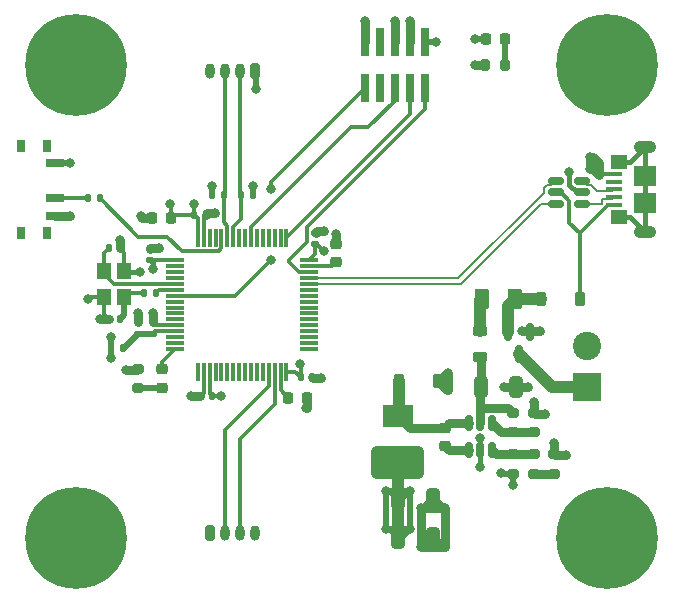
<source format=gbr>
%TF.GenerationSoftware,KiCad,Pcbnew,7.0.5*%
%TF.CreationDate,2023-06-12T20:17:58-07:00*%
%TF.ProjectId,kicad_tutorial,6b696361-645f-4747-9574-6f7269616c2e,rev?*%
%TF.SameCoordinates,Original*%
%TF.FileFunction,Copper,L1,Top*%
%TF.FilePolarity,Positive*%
%FSLAX46Y46*%
G04 Gerber Fmt 4.6, Leading zero omitted, Abs format (unit mm)*
G04 Created by KiCad (PCBNEW 7.0.5) date 2023-06-12 20:17:58*
%MOMM*%
%LPD*%
G01*
G04 APERTURE LIST*
G04 Aperture macros list*
%AMRoundRect*
0 Rectangle with rounded corners*
0 $1 Rounding radius*
0 $2 $3 $4 $5 $6 $7 $8 $9 X,Y pos of 4 corners*
0 Add a 4 corners polygon primitive as box body*
4,1,4,$2,$3,$4,$5,$6,$7,$8,$9,$2,$3,0*
0 Add four circle primitives for the rounded corners*
1,1,$1+$1,$2,$3*
1,1,$1+$1,$4,$5*
1,1,$1+$1,$6,$7*
1,1,$1+$1,$8,$9*
0 Add four rect primitives between the rounded corners*
20,1,$1+$1,$2,$3,$4,$5,0*
20,1,$1+$1,$4,$5,$6,$7,0*
20,1,$1+$1,$6,$7,$8,$9,0*
20,1,$1+$1,$8,$9,$2,$3,0*%
G04 Aperture macros list end*
%TA.AperFunction,SMDPad,CuDef*%
%ADD10RoundRect,0.200000X-0.275000X0.200000X-0.275000X-0.200000X0.275000X-0.200000X0.275000X0.200000X0*%
%TD*%
%TA.AperFunction,SMDPad,CuDef*%
%ADD11R,2.500000X1.900000*%
%TD*%
%TA.AperFunction,SMDPad,CuDef*%
%ADD12RoundRect,0.225000X-0.225000X-0.375000X0.225000X-0.375000X0.225000X0.375000X-0.225000X0.375000X0*%
%TD*%
%TA.AperFunction,SMDPad,CuDef*%
%ADD13RoundRect,0.225000X0.225000X0.250000X-0.225000X0.250000X-0.225000X-0.250000X0.225000X-0.250000X0*%
%TD*%
%TA.AperFunction,SMDPad,CuDef*%
%ADD14RoundRect,0.140000X-0.140000X-0.170000X0.140000X-0.170000X0.140000X0.170000X-0.140000X0.170000X0*%
%TD*%
%TA.AperFunction,SMDPad,CuDef*%
%ADD15RoundRect,0.135000X0.135000X0.185000X-0.135000X0.185000X-0.135000X-0.185000X0.135000X-0.185000X0*%
%TD*%
%TA.AperFunction,SMDPad,CuDef*%
%ADD16RoundRect,0.150000X0.150000X-0.512500X0.150000X0.512500X-0.150000X0.512500X-0.150000X-0.512500X0*%
%TD*%
%TA.AperFunction,SMDPad,CuDef*%
%ADD17RoundRect,0.250000X-0.325000X-0.650000X0.325000X-0.650000X0.325000X0.650000X-0.325000X0.650000X0*%
%TD*%
%TA.AperFunction,SMDPad,CuDef*%
%ADD18RoundRect,0.218750X0.256250X-0.218750X0.256250X0.218750X-0.256250X0.218750X-0.256250X-0.218750X0*%
%TD*%
%TA.AperFunction,SMDPad,CuDef*%
%ADD19RoundRect,0.135000X-0.135000X-0.185000X0.135000X-0.185000X0.135000X0.185000X-0.135000X0.185000X0*%
%TD*%
%TA.AperFunction,SMDPad,CuDef*%
%ADD20R,1.200000X1.400000*%
%TD*%
%TA.AperFunction,ComponentPad*%
%ADD21RoundRect,0.200000X-0.200000X-0.450000X0.200000X-0.450000X0.200000X0.450000X-0.200000X0.450000X0*%
%TD*%
%TA.AperFunction,ComponentPad*%
%ADD22O,0.800000X1.300000*%
%TD*%
%TA.AperFunction,SMDPad,CuDef*%
%ADD23RoundRect,0.200000X0.275000X-0.200000X0.275000X0.200000X-0.275000X0.200000X-0.275000X-0.200000X0*%
%TD*%
%TA.AperFunction,ComponentPad*%
%ADD24C,0.900000*%
%TD*%
%TA.AperFunction,ComponentPad*%
%ADD25C,8.600000*%
%TD*%
%TA.AperFunction,SMDPad,CuDef*%
%ADD26RoundRect,0.147500X-0.147500X-0.172500X0.147500X-0.172500X0.147500X0.172500X-0.147500X0.172500X0*%
%TD*%
%TA.AperFunction,SMDPad,CuDef*%
%ADD27RoundRect,0.140000X0.170000X-0.140000X0.170000X0.140000X-0.170000X0.140000X-0.170000X-0.140000X0*%
%TD*%
%TA.AperFunction,SMDPad,CuDef*%
%ADD28RoundRect,0.225000X-0.225000X-0.250000X0.225000X-0.250000X0.225000X0.250000X-0.225000X0.250000X0*%
%TD*%
%TA.AperFunction,SMDPad,CuDef*%
%ADD29RoundRect,0.075000X-0.700000X-0.075000X0.700000X-0.075000X0.700000X0.075000X-0.700000X0.075000X0*%
%TD*%
%TA.AperFunction,SMDPad,CuDef*%
%ADD30RoundRect,0.075000X-0.075000X-0.700000X0.075000X-0.700000X0.075000X0.700000X-0.075000X0.700000X0*%
%TD*%
%TA.AperFunction,SMDPad,CuDef*%
%ADD31RoundRect,0.218750X-0.381250X0.218750X-0.381250X-0.218750X0.381250X-0.218750X0.381250X0.218750X0*%
%TD*%
%TA.AperFunction,SMDPad,CuDef*%
%ADD32R,1.500000X0.700000*%
%TD*%
%TA.AperFunction,SMDPad,CuDef*%
%ADD33R,0.800000X1.000000*%
%TD*%
%TA.AperFunction,SMDPad,CuDef*%
%ADD34RoundRect,0.225000X0.250000X-0.225000X0.250000X0.225000X-0.250000X0.225000X-0.250000X-0.225000X0*%
%TD*%
%TA.AperFunction,ComponentPad*%
%ADD35RoundRect,0.200000X0.200000X0.450000X-0.200000X0.450000X-0.200000X-0.450000X0.200000X-0.450000X0*%
%TD*%
%TA.AperFunction,SMDPad,CuDef*%
%ADD36RoundRect,0.140000X0.140000X0.170000X-0.140000X0.170000X-0.140000X-0.170000X0.140000X-0.170000X0*%
%TD*%
%TA.AperFunction,SMDPad,CuDef*%
%ADD37RoundRect,0.218750X0.218750X0.256250X-0.218750X0.256250X-0.218750X-0.256250X0.218750X-0.256250X0*%
%TD*%
%TA.AperFunction,SMDPad,CuDef*%
%ADD38RoundRect,0.150000X0.512500X0.150000X-0.512500X0.150000X-0.512500X-0.150000X0.512500X-0.150000X0*%
%TD*%
%TA.AperFunction,SMDPad,CuDef*%
%ADD39RoundRect,0.250000X0.375000X0.625000X-0.375000X0.625000X-0.375000X-0.625000X0.375000X-0.625000X0*%
%TD*%
%TA.AperFunction,SMDPad,CuDef*%
%ADD40RoundRect,0.150000X-0.150000X0.587500X-0.150000X-0.587500X0.150000X-0.587500X0.150000X0.587500X0*%
%TD*%
%TA.AperFunction,SMDPad,CuDef*%
%ADD41R,0.740000X2.400000*%
%TD*%
%TA.AperFunction,ComponentPad*%
%ADD42R,2.400000X2.400000*%
%TD*%
%TA.AperFunction,ComponentPad*%
%ADD43C,2.400000*%
%TD*%
%TA.AperFunction,SMDPad,CuDef*%
%ADD44R,1.400000X0.400000*%
%TD*%
%TA.AperFunction,ComponentPad*%
%ADD45O,1.900000X1.050000*%
%TD*%
%TA.AperFunction,SMDPad,CuDef*%
%ADD46R,1.450000X1.150000*%
%TD*%
%TA.AperFunction,SMDPad,CuDef*%
%ADD47R,1.900000X1.750000*%
%TD*%
%TA.AperFunction,SMDPad,CuDef*%
%ADD48RoundRect,0.200000X-0.200000X-0.275000X0.200000X-0.275000X0.200000X0.275000X-0.200000X0.275000X0*%
%TD*%
%TA.AperFunction,ViaPad*%
%ADD49C,0.800000*%
%TD*%
%TA.AperFunction,Conductor*%
%ADD50C,0.300000*%
%TD*%
%TA.AperFunction,Conductor*%
%ADD51C,0.750000*%
%TD*%
%TA.AperFunction,Conductor*%
%ADD52C,0.400000*%
%TD*%
%TA.AperFunction,Conductor*%
%ADD53C,0.500000*%
%TD*%
%TA.AperFunction,Conductor*%
%ADD54C,1.000000*%
%TD*%
%TA.AperFunction,Conductor*%
%ADD55C,0.200000*%
%TD*%
G04 APERTURE END LIST*
D10*
%TO.P,R8,1*%
%TO.N,GND*%
X166250000Y-112425000D03*
%TO.P,R8,2*%
%TO.N,Net-(R7-Pad1)*%
X166250000Y-114075000D03*
%TD*%
D11*
%TO.P,L2,1*%
%TO.N,BUCK_SW*%
X152987500Y-109150000D03*
%TO.P,L2,2*%
%TO.N,+3.3V*%
X152987500Y-113250000D03*
%TD*%
D12*
%TO.P,D3,1,K*%
%TO.N,Net-(D3-K)*%
X165100000Y-99250000D03*
%TO.P,D3,2,A*%
%TO.N,+5V*%
X168400000Y-99250000D03*
%TD*%
D13*
%TO.P,C3,1*%
%TO.N,+3.3V*%
X133775000Y-92380000D03*
%TO.P,C3,2*%
%TO.N,GND*%
X132225000Y-92380000D03*
%TD*%
D14*
%TO.P,C8,1*%
%TO.N,+3.3V*%
X135770000Y-92130000D03*
%TO.P,C8,2*%
%TO.N,GND*%
X136730000Y-92130000D03*
%TD*%
D15*
%TO.P,R10,1*%
%TO.N,I2C1_SDA*%
X138260000Y-90500000D03*
%TO.P,R10,2*%
%TO.N,+3.3V*%
X137240000Y-90500000D03*
%TD*%
D16*
%TO.P,U1,1,1*%
%TO.N,BUCK_BST*%
X159050000Y-112087500D03*
%TO.P,U1,2,2*%
%TO.N,GND*%
X160000000Y-112087500D03*
%TO.P,U1,3,3*%
%TO.N,BUCK_FB*%
X160950000Y-112087500D03*
%TO.P,U1,4,4*%
%TO.N,BUCK_EN*%
X160950000Y-109812500D03*
%TO.P,U1,5,5*%
%TO.N,BUCK_IN*%
X160000000Y-109812500D03*
%TO.P,U1,6,6*%
%TO.N,BUCK_SW*%
X159050000Y-109812500D03*
%TD*%
D17*
%TO.P,C15,1*%
%TO.N,+3.3V*%
X153025000Y-116250000D03*
%TO.P,C15,2*%
%TO.N,GND*%
X155975000Y-116250000D03*
%TD*%
D14*
%TO.P,C6,1*%
%TO.N,+3.3V*%
X144770000Y-105880000D03*
%TO.P,C6,2*%
%TO.N,GND*%
X145730000Y-105880000D03*
%TD*%
D18*
%TO.P,D1,1,K*%
%TO.N,Net-(D1-K)*%
X132995000Y-106787500D03*
%TO.P,D1,2,A*%
%TO.N,LED_STATUS*%
X132995000Y-105212500D03*
%TD*%
D19*
%TO.P,R2,1*%
%TO.N,Net-(C11-Pad1)*%
X131490000Y-98750000D03*
%TO.P,R2,2*%
%TO.N,HSE_OUT*%
X132510000Y-98750000D03*
%TD*%
D20*
%TO.P,Y1,1,1*%
%TO.N,HSE_IN*%
X128145000Y-96900000D03*
%TO.P,Y1,2,2*%
%TO.N,GND*%
X128145000Y-99100000D03*
%TO.P,Y1,3,3*%
%TO.N,Net-(C11-Pad1)*%
X129845000Y-99100000D03*
%TO.P,Y1,4,4*%
%TO.N,GND*%
X129845000Y-96900000D03*
%TD*%
D17*
%TO.P,C16,1*%
%TO.N,+3.3V*%
X153050000Y-119500000D03*
%TO.P,C16,2*%
%TO.N,GND*%
X156000000Y-119500000D03*
%TD*%
D21*
%TO.P,J4,1,Pin_1*%
%TO.N,+3.3V*%
X137125000Y-119050000D03*
D22*
%TO.P,J4,2,Pin_2*%
%TO.N,UART3_TX*%
X138375000Y-119050000D03*
%TO.P,J4,3,Pin_3*%
%TO.N,UART3_RX*%
X139625000Y-119050000D03*
%TO.P,J4,4,Pin_4*%
%TO.N,GND*%
X140875000Y-119050000D03*
%TD*%
D23*
%TO.P,R7,1*%
%TO.N,Net-(R7-Pad1)*%
X164500000Y-114075000D03*
%TO.P,R7,2*%
%TO.N,BUCK_FB*%
X164500000Y-112425000D03*
%TD*%
D24*
%TO.P,H3,1,1*%
%TO.N,GND*%
X122525000Y-119500000D03*
X123469581Y-117219581D03*
X123469581Y-121780419D03*
X125750000Y-116275000D03*
D25*
X125750000Y-119500000D03*
D24*
X125750000Y-122725000D03*
X128030419Y-117219581D03*
X128030419Y-121780419D03*
X128975000Y-119500000D03*
%TD*%
D26*
%TO.P,L1,1*%
%TO.N,+3.3V*%
X128760000Y-103420000D03*
%TO.P,L1,2*%
%TO.N,+3.3VA*%
X129730000Y-103420000D03*
%TD*%
D27*
%TO.P,C4,1*%
%TO.N,+3.3V*%
X131995000Y-95980000D03*
%TO.P,C4,2*%
%TO.N,GND*%
X131995000Y-95020000D03*
%TD*%
D28*
%TO.P,C2,1*%
%TO.N,Net-(U2-VCAP_1)*%
X143725000Y-107630000D03*
%TO.P,C2,2*%
%TO.N,GND*%
X145275000Y-107630000D03*
%TD*%
D29*
%TO.P,U2,1,VBAT*%
%TO.N,+3.3V*%
X134145000Y-96000000D03*
%TO.P,U2,2,PC13*%
%TO.N,unconnected-(U2-PC13-Pad2)*%
X134145000Y-96500000D03*
%TO.P,U2,3,PC14*%
%TO.N,unconnected-(U2-PC14-Pad3)*%
X134145000Y-97000000D03*
%TO.P,U2,4,PC15*%
%TO.N,unconnected-(U2-PC15-Pad4)*%
X134145000Y-97500000D03*
%TO.P,U2,5,PH0*%
%TO.N,HSE_IN*%
X134145000Y-98000000D03*
%TO.P,U2,6,PH1*%
%TO.N,HSE_OUT*%
X134145000Y-98500000D03*
%TO.P,U2,7,NRST*%
%TO.N,NRST*%
X134145000Y-99000000D03*
%TO.P,U2,8,PC0*%
%TO.N,unconnected-(U2-PC0-Pad8)*%
X134145000Y-99500000D03*
%TO.P,U2,9,PC1*%
%TO.N,unconnected-(U2-PC1-Pad9)*%
X134145000Y-100000000D03*
%TO.P,U2,10,PC2*%
%TO.N,unconnected-(U2-PC2-Pad10)*%
X134145000Y-100500000D03*
%TO.P,U2,11,PC3*%
%TO.N,unconnected-(U2-PC3-Pad11)*%
X134145000Y-101000000D03*
%TO.P,U2,12,VSSA*%
%TO.N,GND*%
X134145000Y-101500000D03*
%TO.P,U2,13,VDDA*%
%TO.N,+3.3VA*%
X134145000Y-102000000D03*
%TO.P,U2,14,PA0*%
%TO.N,unconnected-(U2-PA0-Pad14)*%
X134145000Y-102500000D03*
%TO.P,U2,15,PA1*%
%TO.N,unconnected-(U2-PA1-Pad15)*%
X134145000Y-103000000D03*
%TO.P,U2,16,PA2*%
%TO.N,LED_STATUS*%
X134145000Y-103500000D03*
D30*
%TO.P,U2,17,PA3*%
%TO.N,unconnected-(U2-PA3-Pad17)*%
X136070000Y-105425000D03*
%TO.P,U2,18,VSS*%
%TO.N,GND*%
X136570000Y-105425000D03*
%TO.P,U2,19,VDD*%
%TO.N,+3.3V*%
X137070000Y-105425000D03*
%TO.P,U2,20,PA4*%
%TO.N,unconnected-(U2-PA4-Pad20)*%
X137570000Y-105425000D03*
%TO.P,U2,21,PA5*%
%TO.N,unconnected-(U2-PA5-Pad21)*%
X138070000Y-105425000D03*
%TO.P,U2,22,PA6*%
%TO.N,unconnected-(U2-PA6-Pad22)*%
X138570000Y-105425000D03*
%TO.P,U2,23,PA7*%
%TO.N,unconnected-(U2-PA7-Pad23)*%
X139070000Y-105425000D03*
%TO.P,U2,24,PC4*%
%TO.N,unconnected-(U2-PC4-Pad24)*%
X139570000Y-105425000D03*
%TO.P,U2,25,PC5*%
%TO.N,unconnected-(U2-PC5-Pad25)*%
X140070000Y-105425000D03*
%TO.P,U2,26,PB0*%
%TO.N,unconnected-(U2-PB0-Pad26)*%
X140570000Y-105425000D03*
%TO.P,U2,27,PB1*%
%TO.N,unconnected-(U2-PB1-Pad27)*%
X141070000Y-105425000D03*
%TO.P,U2,28,PB2*%
%TO.N,unconnected-(U2-PB2-Pad28)*%
X141570000Y-105425000D03*
%TO.P,U2,29,PB10*%
%TO.N,UART3_TX*%
X142070000Y-105425000D03*
%TO.P,U2,30,PB11*%
%TO.N,UART3_RX*%
X142570000Y-105425000D03*
%TO.P,U2,31,VCAP_1*%
%TO.N,Net-(U2-VCAP_1)*%
X143070000Y-105425000D03*
%TO.P,U2,32,VDD*%
%TO.N,+3.3V*%
X143570000Y-105425000D03*
D29*
%TO.P,U2,33,PB12*%
%TO.N,unconnected-(U2-PB12-Pad33)*%
X145495000Y-103500000D03*
%TO.P,U2,34,PB13*%
%TO.N,unconnected-(U2-PB13-Pad34)*%
X145495000Y-103000000D03*
%TO.P,U2,35,PB14*%
%TO.N,unconnected-(U2-PB14-Pad35)*%
X145495000Y-102500000D03*
%TO.P,U2,36,PB15*%
%TO.N,unconnected-(U2-PB15-Pad36)*%
X145495000Y-102000000D03*
%TO.P,U2,37,PC6*%
%TO.N,unconnected-(U2-PC6-Pad37)*%
X145495000Y-101500000D03*
%TO.P,U2,38,PC7*%
%TO.N,unconnected-(U2-PC7-Pad38)*%
X145495000Y-101000000D03*
%TO.P,U2,39,PC8*%
%TO.N,unconnected-(U2-PC8-Pad39)*%
X145495000Y-100500000D03*
%TO.P,U2,40,PC9*%
%TO.N,unconnected-(U2-PC9-Pad40)*%
X145495000Y-100000000D03*
%TO.P,U2,41,PA8*%
%TO.N,unconnected-(U2-PA8-Pad41)*%
X145495000Y-99500000D03*
%TO.P,U2,42,PA9*%
%TO.N,unconnected-(U2-PA9-Pad42)*%
X145495000Y-99000000D03*
%TO.P,U2,43,PA10*%
%TO.N,unconnected-(U2-PA10-Pad43)*%
X145495000Y-98500000D03*
%TO.P,U2,44,PA11*%
%TO.N,USB_D-*%
X145495000Y-98000000D03*
%TO.P,U2,45,PA12*%
%TO.N,USB_D+*%
X145495000Y-97500000D03*
%TO.P,U2,46,PA13*%
%TO.N,SWDIO*%
X145495000Y-97000000D03*
%TO.P,U2,47,VCAP_2*%
%TO.N,Net-(U2-VCAP_2)*%
X145495000Y-96500000D03*
%TO.P,U2,48,VDD*%
%TO.N,+3.3V*%
X145495000Y-96000000D03*
D30*
%TO.P,U2,49,PA14*%
%TO.N,SWCLK*%
X143570000Y-94075000D03*
%TO.P,U2,50,PA15*%
%TO.N,unconnected-(U2-PA15-Pad50)*%
X143070000Y-94075000D03*
%TO.P,U2,51,PC10*%
%TO.N,unconnected-(U2-PC10-Pad51)*%
X142570000Y-94075000D03*
%TO.P,U2,52,PC11*%
%TO.N,unconnected-(U2-PC11-Pad52)*%
X142070000Y-94075000D03*
%TO.P,U2,53,PC12*%
%TO.N,unconnected-(U2-PC12-Pad53)*%
X141570000Y-94075000D03*
%TO.P,U2,54,PD2*%
%TO.N,unconnected-(U2-PD2-Pad54)*%
X141070000Y-94075000D03*
%TO.P,U2,55,PB3*%
%TO.N,SW0*%
X140570000Y-94075000D03*
%TO.P,U2,56,PB4*%
%TO.N,unconnected-(U2-PB4-Pad56)*%
X140070000Y-94075000D03*
%TO.P,U2,57,PB5*%
%TO.N,unconnected-(U2-PB5-Pad57)*%
X139570000Y-94075000D03*
%TO.P,U2,58,PB6*%
%TO.N,I2C1_SCL*%
X139070000Y-94075000D03*
%TO.P,U2,59,PB7*%
%TO.N,I2C1_SDA*%
X138570000Y-94075000D03*
%TO.P,U2,60,BOOT0*%
%TO.N,BOOT0*%
X138070000Y-94075000D03*
%TO.P,U2,61,PB8*%
%TO.N,unconnected-(U2-PB8-Pad61)*%
X137570000Y-94075000D03*
%TO.P,U2,62,PB9*%
%TO.N,unconnected-(U2-PB9-Pad62)*%
X137070000Y-94075000D03*
%TO.P,U2,63,VSS*%
%TO.N,GND*%
X136570000Y-94075000D03*
%TO.P,U2,64,VDD*%
%TO.N,+3.3V*%
X136070000Y-94075000D03*
%TD*%
D31*
%TO.P,FB1,1*%
%TO.N,Net-(F1-Pad2)*%
X160000000Y-102025000D03*
%TO.P,FB1,2*%
%TO.N,BUCK_IN*%
X160000000Y-104150000D03*
%TD*%
D19*
%TO.P,R9,1*%
%TO.N,I2C1_SCL*%
X139740000Y-90500000D03*
%TO.P,R9,2*%
%TO.N,+3.3V*%
X140760000Y-90500000D03*
%TD*%
D32*
%TO.P,SW1,3,C*%
%TO.N,GND*%
X123940000Y-92250000D03*
%TO.P,SW1,2,B*%
%TO.N,Net-(SW1-B)*%
X123940000Y-90750000D03*
%TO.P,SW1,1,A*%
%TO.N,+3.3V*%
X123940000Y-87750000D03*
D33*
%TO.P,SW1,*%
%TO.N,*%
X121080000Y-93650000D03*
X123290000Y-93650000D03*
X121080000Y-86350000D03*
X123290000Y-86350000D03*
%TD*%
D27*
%TO.P,C10,1*%
%TO.N,+3.3VA*%
X132245000Y-102210000D03*
%TO.P,C10,2*%
%TO.N,GND*%
X132245000Y-101250000D03*
%TD*%
D12*
%TO.P,D2,1,K*%
%TO.N,BUCK_SW*%
X153100000Y-106250000D03*
%TO.P,D2,2,A*%
%TO.N,GND*%
X156400000Y-106250000D03*
%TD*%
D34*
%TO.P,C14,1*%
%TO.N,BUCK_BST*%
X157000000Y-111725000D03*
%TO.P,C14,2*%
%TO.N,BUCK_SW*%
X157000000Y-110175000D03*
%TD*%
D14*
%TO.P,C12,1*%
%TO.N,HSE_IN*%
X128515000Y-95000000D03*
%TO.P,C12,2*%
%TO.N,GND*%
X129475000Y-95000000D03*
%TD*%
D35*
%TO.P,J3,1,Pin_1*%
%TO.N,+3.3V*%
X140875000Y-79950000D03*
D22*
%TO.P,J3,2,Pin_2*%
%TO.N,I2C1_SCL*%
X139625000Y-79950000D03*
%TO.P,J3,3,Pin_3*%
%TO.N,I2C1_SDA*%
X138375000Y-79950000D03*
%TO.P,J3,4,Pin_4*%
%TO.N,GND*%
X137125000Y-79950000D03*
%TD*%
D34*
%TO.P,C1,1*%
%TO.N,Net-(U2-VCAP_2)*%
X147750000Y-96155000D03*
%TO.P,C1,2*%
%TO.N,GND*%
X147750000Y-94605000D03*
%TD*%
D36*
%TO.P,C11,1*%
%TO.N,Net-(C11-Pad1)*%
X129475000Y-101000000D03*
%TO.P,C11,2*%
%TO.N,GND*%
X128515000Y-101000000D03*
%TD*%
D37*
%TO.P,D4,1,K*%
%TO.N,Net-(D4-K)*%
X162037500Y-77250000D03*
%TO.P,D4,2,A*%
%TO.N,+3.3V*%
X160462500Y-77250000D03*
%TD*%
D15*
%TO.P,R1,1*%
%TO.N,BOOT0*%
X127760000Y-90750000D03*
%TO.P,R1,2*%
%TO.N,Net-(SW1-B)*%
X126740000Y-90750000D03*
%TD*%
D38*
%TO.P,U3,1,I/O1*%
%TO.N,USB_CONN_D-*%
X168637500Y-91200000D03*
%TO.P,U3,2,GND*%
%TO.N,GND*%
X168637500Y-90250000D03*
%TO.P,U3,3,I/O2*%
%TO.N,USB_CONN_D+*%
X168637500Y-89300000D03*
%TO.P,U3,4,I/O2*%
%TO.N,USB_D+*%
X166362500Y-89300000D03*
%TO.P,U3,5,VBUS*%
%TO.N,+5V*%
X166362500Y-90250000D03*
%TO.P,U3,6,I/O1*%
%TO.N,USB_D-*%
X166362500Y-91200000D03*
%TD*%
D39*
%TO.P,F1,1*%
%TO.N,Net-(D3-K)*%
X162900000Y-99250000D03*
%TO.P,F1,2*%
%TO.N,Net-(F1-Pad2)*%
X160100000Y-99250000D03*
%TD*%
D24*
%TO.P,H4,1,1*%
%TO.N,GND*%
X122525000Y-79500000D03*
X123469581Y-77219581D03*
X123469581Y-81780419D03*
X125750000Y-76275000D03*
D25*
X125750000Y-79500000D03*
D24*
X125750000Y-82725000D03*
X128030419Y-77219581D03*
X128030419Y-81780419D03*
X128975000Y-79500000D03*
%TD*%
%TO.P,H1,1,1*%
%TO.N,GND*%
X167525000Y-79500000D03*
X168469581Y-77219581D03*
X168469581Y-81780419D03*
X170750000Y-76275000D03*
D25*
X170750000Y-79500000D03*
D24*
X170750000Y-82725000D03*
X173030419Y-77219581D03*
X173030419Y-81780419D03*
X173975000Y-79500000D03*
%TD*%
D40*
%TO.P,Q1,1,G*%
%TO.N,GND*%
X164200000Y-102062500D03*
%TO.P,Q1,2,S*%
%TO.N,Net-(D3-K)*%
X162300000Y-102062500D03*
%TO.P,Q1,3,D*%
%TO.N,+12V*%
X163250000Y-103937500D03*
%TD*%
D41*
%TO.P,J2,1,Pin_1*%
%TO.N,+3.3V*%
X155290000Y-77550000D03*
%TO.P,J2,2,Pin_2*%
%TO.N,SWDIO*%
X155290000Y-81450000D03*
%TO.P,J2,3,Pin_3*%
%TO.N,GND*%
X154020000Y-77550000D03*
%TO.P,J2,4,Pin_4*%
%TO.N,SWCLK*%
X154020000Y-81450000D03*
%TO.P,J2,5,Pin_5*%
%TO.N,GND*%
X152750000Y-77550000D03*
%TO.P,J2,6,Pin_6*%
%TO.N,SW0*%
X152750000Y-81450000D03*
%TO.P,J2,7,Pin_7*%
%TO.N,unconnected-(J2-Pin_7-Pad7)*%
X151480000Y-77550000D03*
%TO.P,J2,8,Pin_8*%
%TO.N,unconnected-(J2-Pin_8-Pad8)*%
X151480000Y-81450000D03*
%TO.P,J2,9,Pin_9*%
%TO.N,GND*%
X150210000Y-77550000D03*
%TO.P,J2,10,Pin_10*%
%TO.N,NRST*%
X150210000Y-81450000D03*
%TD*%
D10*
%TO.P,R6,1*%
%TO.N,BUCK_FB*%
X162750000Y-112425000D03*
%TO.P,R6,2*%
%TO.N,+3.3V*%
X162750000Y-114075000D03*
%TD*%
D23*
%TO.P,R4,1*%
%TO.N,BUCK_EN*%
X162750000Y-110575000D03*
%TO.P,R4,2*%
%TO.N,BUCK_IN*%
X162750000Y-108925000D03*
%TD*%
D24*
%TO.P,H2,1,1*%
%TO.N,GND*%
X167525000Y-119500000D03*
X168469581Y-117219581D03*
X168469581Y-121780419D03*
X170750000Y-116275000D03*
D25*
X170750000Y-119500000D03*
D24*
X170750000Y-122725000D03*
X173030419Y-117219581D03*
X173030419Y-121780419D03*
X173975000Y-119500000D03*
%TD*%
D36*
%TO.P,C5,1*%
%TO.N,+3.3V*%
X137230000Y-107500000D03*
%TO.P,C5,2*%
%TO.N,GND*%
X136270000Y-107500000D03*
%TD*%
D27*
%TO.P,C7,1*%
%TO.N,+3.3V*%
X146000000Y-94610000D03*
%TO.P,C7,2*%
%TO.N,GND*%
X146000000Y-93650000D03*
%TD*%
D42*
%TO.P,J1,1,Pin_1*%
%TO.N,+12V*%
X169050000Y-106750000D03*
D43*
%TO.P,J1,2,Pin_2*%
%TO.N,GND*%
X169050000Y-103250000D03*
%TD*%
D10*
%TO.P,R5,1*%
%TO.N,GND*%
X164500000Y-108925000D03*
%TO.P,R5,2*%
%TO.N,BUCK_EN*%
X164500000Y-110575000D03*
%TD*%
D27*
%TO.P,C9,1*%
%TO.N,+3.3VA*%
X130995000Y-102210000D03*
%TO.P,C9,2*%
%TO.N,GND*%
X130995000Y-101250000D03*
%TD*%
D10*
%TO.P,R3,1*%
%TO.N,GND*%
X130995000Y-105175000D03*
%TO.P,R3,2*%
%TO.N,Net-(D1-K)*%
X130995000Y-106825000D03*
%TD*%
D44*
%TO.P,J5,1,VBUS*%
%TO.N,+5V*%
X171300000Y-91300000D03*
%TO.P,J5,2,D-*%
%TO.N,USB_CONN_D-*%
X171300000Y-90650000D03*
%TO.P,J5,3,D+*%
%TO.N,USB_CONN_D+*%
X171300000Y-90000000D03*
%TO.P,J5,4,ID*%
%TO.N,unconnected-(J5-ID-Pad4)*%
X171300000Y-89350000D03*
%TO.P,J5,5,GND*%
%TO.N,GND*%
X171300000Y-88700000D03*
D45*
%TO.P,J5,6,Shield*%
%TO.N,unconnected-(J5-Shield-Pad6)*%
X173950000Y-93575000D03*
D46*
X171720000Y-92320000D03*
D47*
X173950000Y-91125000D03*
X173950000Y-88875000D03*
D46*
X171720000Y-87680000D03*
D45*
X173950000Y-86425000D03*
%TD*%
D17*
%TO.P,C13,1*%
%TO.N,BUCK_IN*%
X160025000Y-106750000D03*
%TO.P,C13,2*%
%TO.N,GND*%
X162975000Y-106750000D03*
%TD*%
D48*
%TO.P,R11,1*%
%TO.N,GND*%
X160425000Y-79500000D03*
%TO.P,R11,2*%
%TO.N,Net-(D4-K)*%
X162075000Y-79500000D03*
%TD*%
D49*
%TO.N,GND*%
X146750000Y-93500000D03*
X147750000Y-93750000D03*
X165500000Y-109000000D03*
X163500000Y-102000000D03*
X169250000Y-88250000D03*
X155000000Y-120250000D03*
X159500000Y-79500000D03*
X131000000Y-100500000D03*
X154000000Y-75750000D03*
X145250000Y-108500000D03*
X162000000Y-106750000D03*
X130000000Y-105250000D03*
X167500000Y-88500000D03*
X166250000Y-111500000D03*
X125260000Y-92250000D03*
X157000000Y-120250000D03*
X131250000Y-92250000D03*
X157000000Y-117000000D03*
X129500000Y-94250000D03*
X157250000Y-107000000D03*
X135500000Y-107500000D03*
X165000000Y-102000000D03*
X164500000Y-108000000D03*
X164000000Y-106750000D03*
X160000000Y-111020400D03*
X160000000Y-113500000D03*
X169250000Y-87250000D03*
X137500000Y-92000000D03*
X170000000Y-87750000D03*
X127750000Y-101000000D03*
X155000000Y-117000000D03*
X132250000Y-100500000D03*
X170000000Y-88750000D03*
X132750000Y-95000000D03*
X146500000Y-106000000D03*
X150250000Y-75750000D03*
X167250000Y-112500000D03*
X152750000Y-75750000D03*
X157250000Y-105500000D03*
X126750000Y-99250000D03*
X131190000Y-97000000D03*
%TO.N,+3.3V*%
X152000000Y-115500000D03*
X141000000Y-81500000D03*
X133750000Y-91250000D03*
X154000000Y-115500000D03*
X151250000Y-114000000D03*
X152000000Y-118750000D03*
X132250000Y-96750000D03*
X154750000Y-114000000D03*
X154750000Y-112250000D03*
X146750000Y-95250000D03*
X138000000Y-107500000D03*
X125260000Y-87750000D03*
X128750000Y-102500000D03*
X156250000Y-77500000D03*
X144750000Y-104750000D03*
X135750000Y-91250000D03*
X137250000Y-89750000D03*
X161750000Y-114000000D03*
X151250000Y-112250000D03*
X128750000Y-104250000D03*
X159500000Y-77250000D03*
X162750000Y-115000000D03*
X154000000Y-118750000D03*
X140750000Y-89750000D03*
%TO.N,NRST*%
X142250000Y-90000000D03*
X142250000Y-96000000D03*
%TD*%
D50*
%TO.N,Net-(SW1-B)*%
X123940000Y-90750000D02*
X126740000Y-90750000D01*
%TO.N,Net-(U2-VCAP_2)*%
X147405000Y-96500000D02*
X147750000Y-96155000D01*
X145495000Y-96500000D02*
X147405000Y-96500000D01*
D51*
%TO.N,GND*%
X129500000Y-94975000D02*
X129475000Y-95000000D01*
D50*
X128145000Y-99100000D02*
X126900000Y-99100000D01*
D52*
X131190000Y-97000000D02*
X129945000Y-97000000D01*
D51*
X132250000Y-100500000D02*
X132250000Y-101245000D01*
X150250000Y-77510000D02*
X150210000Y-77550000D01*
D50*
X128145000Y-100630000D02*
X128515000Y-101000000D01*
D51*
X157250000Y-105500000D02*
X157250000Y-107000000D01*
X167250000Y-112500000D02*
X166325000Y-112500000D01*
X145275000Y-108475000D02*
X145250000Y-108500000D01*
X131380000Y-92380000D02*
X131250000Y-92250000D01*
X150250000Y-75750000D02*
X150250000Y-77510000D01*
X145850000Y-106000000D02*
X145730000Y-105880000D01*
X169250000Y-88250000D02*
X169500000Y-88250000D01*
X157000000Y-117000000D02*
X156725000Y-117000000D01*
X166325000Y-112500000D02*
X166250000Y-112425000D01*
D52*
X168147183Y-90250000D02*
X167500000Y-89602817D01*
D51*
X132015000Y-95000000D02*
X131995000Y-95020000D01*
X156750000Y-120250000D02*
X156000000Y-119500000D01*
X152750000Y-75750000D02*
X152750000Y-77550000D01*
D50*
X128145000Y-99100000D02*
X128145000Y-100630000D01*
D51*
X169250000Y-87250000D02*
X169500000Y-87250000D01*
X146750000Y-93500000D02*
X146150000Y-93500000D01*
X130920000Y-105250000D02*
X130995000Y-105175000D01*
D52*
X167500000Y-89602817D02*
X167500000Y-88500000D01*
X160000000Y-113500000D02*
X160000000Y-112087500D01*
D50*
X136570000Y-105425000D02*
X136570000Y-107200000D01*
D51*
X157250000Y-107000000D02*
X157150000Y-107000000D01*
X157000000Y-117000000D02*
X157000000Y-120250000D01*
X169500000Y-88250000D02*
X170000000Y-88750000D01*
X164000000Y-106750000D02*
X162000000Y-106750000D01*
X135500000Y-107500000D02*
X136270000Y-107500000D01*
D50*
X126900000Y-99100000D02*
X126750000Y-99250000D01*
D51*
X155000000Y-117000000D02*
X155225000Y-117000000D01*
X157000000Y-120250000D02*
X156750000Y-120250000D01*
X129500000Y-94250000D02*
X129500000Y-94975000D01*
X157150000Y-105500000D02*
X156400000Y-106250000D01*
X132225000Y-92380000D02*
X131380000Y-92380000D01*
D50*
X169700000Y-88700000D02*
X169250000Y-88250000D01*
D51*
X157250000Y-105500000D02*
X157150000Y-105500000D01*
X136860000Y-92000000D02*
X136730000Y-92130000D01*
X159500000Y-79500000D02*
X160425000Y-79500000D01*
X155000000Y-120250000D02*
X155250000Y-120250000D01*
X131000000Y-101245000D02*
X130995000Y-101250000D01*
X147750000Y-93750000D02*
X147750000Y-94605000D01*
X166250000Y-111500000D02*
X166250000Y-112425000D01*
X165000000Y-102000000D02*
X163500000Y-102000000D01*
X130000000Y-105250000D02*
X130920000Y-105250000D01*
X146065000Y-93585000D02*
X146065000Y-93650000D01*
X164575000Y-109000000D02*
X164500000Y-108925000D01*
X154000000Y-75750000D02*
X154000000Y-77530000D01*
X170000000Y-87750000D02*
X170000000Y-88750000D01*
X145275000Y-107630000D02*
X145275000Y-108475000D01*
D50*
X134145000Y-101500000D02*
X132495000Y-101500000D01*
D51*
X146500000Y-106000000D02*
X145850000Y-106000000D01*
X165500000Y-109000000D02*
X164575000Y-109000000D01*
X169250000Y-88000000D02*
X170000000Y-88750000D01*
X154000000Y-77530000D02*
X154020000Y-77550000D01*
X137500000Y-92000000D02*
X136860000Y-92000000D01*
X132750000Y-95000000D02*
X132015000Y-95000000D01*
D52*
X129945000Y-97000000D02*
X129845000Y-96900000D01*
D51*
X125260000Y-92250000D02*
X123940000Y-92250000D01*
X169250000Y-87250000D02*
X169250000Y-88000000D01*
D50*
X136570000Y-94075000D02*
X136570000Y-92290000D01*
D52*
X168637500Y-90250000D02*
X168147183Y-90250000D01*
D50*
X129845000Y-96900000D02*
X129845000Y-95370000D01*
D51*
X155000000Y-120250000D02*
X157000000Y-120250000D01*
X164500000Y-108000000D02*
X164500000Y-108925000D01*
D52*
X160000000Y-112087500D02*
X160000000Y-111020400D01*
D51*
X146150000Y-93500000D02*
X146065000Y-93585000D01*
X155250000Y-120250000D02*
X156000000Y-119500000D01*
X169500000Y-87250000D02*
X170000000Y-87750000D01*
X156725000Y-117000000D02*
X155975000Y-116250000D01*
X127750000Y-101000000D02*
X128515000Y-101000000D01*
D50*
X129845000Y-95370000D02*
X129475000Y-95000000D01*
X171300000Y-88700000D02*
X169700000Y-88700000D01*
X136570000Y-92290000D02*
X136730000Y-92130000D01*
D51*
X155000000Y-117000000D02*
X157000000Y-117000000D01*
X131000000Y-100500000D02*
X131000000Y-101245000D01*
X155225000Y-117000000D02*
X155975000Y-116250000D01*
X132250000Y-101245000D02*
X132245000Y-101250000D01*
D50*
X136570000Y-107200000D02*
X136270000Y-107500000D01*
X132495000Y-101500000D02*
X132245000Y-101250000D01*
D51*
X155000000Y-117000000D02*
X155000000Y-120250000D01*
X157150000Y-107000000D02*
X156400000Y-106250000D01*
D50*
%TO.N,Net-(U2-VCAP_1)*%
X143070000Y-106975000D02*
X143070000Y-105425000D01*
X143725000Y-107630000D02*
X143070000Y-106975000D01*
%TO.N,+3.3V*%
X133775000Y-91275000D02*
X133750000Y-91250000D01*
X144770000Y-105880000D02*
X144770000Y-104770000D01*
D52*
X132250000Y-96750000D02*
X132250000Y-96235000D01*
D50*
X135770000Y-91270000D02*
X135750000Y-91250000D01*
D53*
X162750000Y-114075000D02*
X162750000Y-115000000D01*
D50*
X134145000Y-96000000D02*
X132015000Y-96000000D01*
D52*
X132250000Y-96235000D02*
X131995000Y-95980000D01*
D50*
X146110000Y-94610000D02*
X146750000Y-95250000D01*
D53*
X128760000Y-103420000D02*
X128760000Y-102510000D01*
D54*
X154750000Y-112250000D02*
X154750000Y-114000000D01*
D50*
X137070000Y-107340000D02*
X137230000Y-107500000D01*
X146000000Y-95495000D02*
X145495000Y-96000000D01*
D54*
X151250000Y-112250000D02*
X154750000Y-112250000D01*
X151250000Y-114000000D02*
X151250000Y-112250000D01*
D50*
X132015000Y-96000000D02*
X131995000Y-95980000D01*
D54*
X154000000Y-113250000D02*
X154750000Y-114000000D01*
D50*
X143570000Y-105425000D02*
X144315000Y-105425000D01*
X135770000Y-92130000D02*
X135770000Y-91270000D01*
D54*
X152000000Y-113250000D02*
X151250000Y-114000000D01*
D53*
X154000000Y-115500000D02*
X152000000Y-115500000D01*
D50*
X137070000Y-105425000D02*
X137070000Y-107340000D01*
D53*
X128760000Y-104240000D02*
X128750000Y-104250000D01*
X128760000Y-103420000D02*
X128760000Y-104240000D01*
D54*
X152987500Y-113250000D02*
X153750000Y-113250000D01*
X152987500Y-113250000D02*
X152250000Y-113250000D01*
D53*
X156250000Y-77500000D02*
X155340000Y-77500000D01*
X155340000Y-77500000D02*
X155290000Y-77550000D01*
X141000000Y-81500000D02*
X141000000Y-80075000D01*
D50*
X146000000Y-94610000D02*
X146000000Y-95495000D01*
D53*
X153025000Y-116250000D02*
X153250000Y-116250000D01*
X152000000Y-115500000D02*
X152000000Y-118750000D01*
D50*
X133775000Y-92380000D02*
X133775000Y-91275000D01*
D53*
X152000000Y-115500000D02*
X152275000Y-115500000D01*
D54*
X152987500Y-113250000D02*
X154000000Y-113250000D01*
D50*
X146000000Y-94610000D02*
X146110000Y-94610000D01*
D54*
X153050000Y-113312500D02*
X152987500Y-113250000D01*
D53*
X152275000Y-115500000D02*
X153025000Y-116250000D01*
D54*
X154750000Y-114000000D02*
X151250000Y-114000000D01*
D53*
X154000000Y-115500000D02*
X154000000Y-118750000D01*
D50*
X144315000Y-105425000D02*
X144770000Y-105880000D01*
D54*
X153050000Y-119500000D02*
X153050000Y-113312500D01*
D53*
X137240000Y-89760000D02*
X137250000Y-89750000D01*
X123940000Y-87750000D02*
X125260000Y-87750000D01*
X159500000Y-77250000D02*
X160462500Y-77250000D01*
D50*
X134025000Y-92130000D02*
X133775000Y-92380000D01*
D54*
X152250000Y-113250000D02*
X151250000Y-112250000D01*
X153750000Y-113250000D02*
X154750000Y-112250000D01*
D53*
X140760000Y-89760000D02*
X140750000Y-89750000D01*
X128760000Y-102510000D02*
X128750000Y-102500000D01*
X153250000Y-116250000D02*
X154000000Y-115500000D01*
X153050000Y-119500000D02*
X153250000Y-119500000D01*
D54*
X152987500Y-113250000D02*
X152000000Y-113250000D01*
D50*
X136070000Y-94075000D02*
X136070000Y-92430000D01*
D53*
X152300000Y-118750000D02*
X153050000Y-119500000D01*
D50*
X144770000Y-104770000D02*
X144750000Y-104750000D01*
X135770000Y-92130000D02*
X134025000Y-92130000D01*
D53*
X137240000Y-90500000D02*
X137240000Y-89760000D01*
D50*
X137230000Y-107500000D02*
X138000000Y-107500000D01*
D53*
X152000000Y-118750000D02*
X154000000Y-118750000D01*
X152000000Y-118750000D02*
X152300000Y-118750000D01*
D50*
X136070000Y-92430000D02*
X135770000Y-92130000D01*
D53*
X141000000Y-80075000D02*
X140875000Y-79950000D01*
X153250000Y-119500000D02*
X154000000Y-118750000D01*
X161825000Y-114075000D02*
X161750000Y-114000000D01*
X140760000Y-90500000D02*
X140760000Y-89760000D01*
X162750000Y-114075000D02*
X161825000Y-114075000D01*
%TO.N,Net-(C11-Pad1)*%
X129845000Y-100630000D02*
X129475000Y-101000000D01*
D50*
X131490000Y-98750000D02*
X130195000Y-98750000D01*
X130195000Y-98750000D02*
X129845000Y-99100000D01*
D53*
X129845000Y-99100000D02*
X129845000Y-100630000D01*
D50*
%TO.N,HSE_IN*%
X128145000Y-96900000D02*
X128145000Y-95370000D01*
X128145000Y-97200000D02*
X128145000Y-96900000D01*
X134145000Y-98000000D02*
X128945000Y-98000000D01*
X128145000Y-95370000D02*
X128515000Y-95000000D01*
X128945000Y-98000000D02*
X128145000Y-97200000D01*
D51*
%TO.N,BUCK_IN*%
X160025000Y-106750000D02*
X160000000Y-106775000D01*
X162750000Y-108925000D02*
X162325000Y-108500000D01*
X160025000Y-104175000D02*
X160000000Y-104150000D01*
X162325000Y-108500000D02*
X160000000Y-108500000D01*
X160000000Y-108500000D02*
X160000000Y-109812500D01*
X160000000Y-106775000D02*
X160000000Y-108500000D01*
X160025000Y-106750000D02*
X160025000Y-104175000D01*
%TO.N,BUCK_BST*%
X157362500Y-112087500D02*
X157000000Y-111725000D01*
X159050000Y-112087500D02*
X157362500Y-112087500D01*
D54*
%TO.N,BUCK_SW*%
X153100000Y-109037500D02*
X152987500Y-109150000D01*
D51*
X154012500Y-110175000D02*
X152987500Y-109150000D01*
X157362500Y-109812500D02*
X157000000Y-110175000D01*
D54*
X153100000Y-106250000D02*
X153100000Y-109037500D01*
D51*
X157000000Y-110175000D02*
X154012500Y-110175000D01*
X159050000Y-109812500D02*
X157362500Y-109812500D01*
D53*
%TO.N,Net-(D1-K)*%
X131032500Y-106787500D02*
X130995000Y-106825000D01*
X132995000Y-106787500D02*
X131032500Y-106787500D01*
D50*
%TO.N,LED_STATUS*%
X132995000Y-104650000D02*
X134145000Y-103500000D01*
X132995000Y-105212500D02*
X132995000Y-104650000D01*
D54*
%TO.N,Net-(D3-K)*%
X162900000Y-99250000D02*
X165100000Y-99250000D01*
X162300000Y-102062500D02*
X162300000Y-99850000D01*
X162300000Y-99850000D02*
X162900000Y-99250000D01*
D50*
%TO.N,+5V*%
X171300000Y-91300000D02*
X170800000Y-91300000D01*
X166782107Y-90250000D02*
X166362500Y-90250000D01*
X170800000Y-91300000D02*
X168400000Y-93700000D01*
X168400000Y-93700000D02*
X167500000Y-92800000D01*
X167500000Y-92800000D02*
X167500000Y-90967893D01*
X167500000Y-90967893D02*
X166782107Y-90250000D01*
X168400000Y-93700000D02*
X168400000Y-99250000D01*
D53*
%TO.N,Net-(D4-K)*%
X162037500Y-77250000D02*
X162037500Y-79462500D01*
X162037500Y-79462500D02*
X162075000Y-79500000D01*
D54*
%TO.N,+12V*%
X169050000Y-106750000D02*
X166062500Y-106750000D01*
X166062500Y-106750000D02*
X163250000Y-103937500D01*
%TO.N,Net-(F1-Pad2)*%
X160000000Y-102025000D02*
X160000000Y-99350000D01*
X160000000Y-99350000D02*
X160100000Y-99250000D01*
D51*
X160100000Y-99250000D02*
X160000000Y-99250000D01*
D50*
%TO.N,SWDIO*%
X143750000Y-96000000D02*
X145340000Y-94410000D01*
X145495000Y-97000000D02*
X144618959Y-97000000D01*
X155290000Y-83210000D02*
X155290000Y-81450000D01*
X145340000Y-93160000D02*
X155290000Y-83210000D01*
X145340000Y-94410000D02*
X145340000Y-93160000D01*
X144618959Y-97000000D02*
X143750000Y-96131041D01*
X143750000Y-96131041D02*
X143750000Y-96000000D01*
%TO.N,SWCLK*%
X154020000Y-83625000D02*
X154020000Y-81450000D01*
X143570000Y-94075000D02*
X154020000Y-83625000D01*
%TO.N,SW0*%
X152750000Y-82500000D02*
X152750000Y-81450000D01*
X150500000Y-84750000D02*
X152750000Y-82500000D01*
X140570000Y-94075000D02*
X140570000Y-93198959D01*
X149018959Y-84750000D02*
X150500000Y-84750000D01*
X140570000Y-93198959D02*
X149018959Y-84750000D01*
%TO.N,NRST*%
X139250000Y-99000000D02*
X142250000Y-96000000D01*
X142250000Y-89410000D02*
X150210000Y-81450000D01*
X142250000Y-90000000D02*
X142250000Y-89410000D01*
X134145000Y-99000000D02*
X139250000Y-99000000D01*
%TO.N,I2C1_SDA*%
X138570000Y-93070000D02*
X138250000Y-92750000D01*
X138260000Y-90500000D02*
X138375000Y-90385000D01*
X138250000Y-92750000D02*
X138260000Y-92740000D01*
X138570000Y-94075000D02*
X138570000Y-93070000D01*
X138260000Y-92740000D02*
X138260000Y-90500000D01*
X138375000Y-90385000D02*
X138375000Y-79950000D01*
%TO.N,I2C1_SCL*%
X139625000Y-90385000D02*
X139740000Y-90500000D01*
X139070000Y-93180000D02*
X139750000Y-92500000D01*
X139750000Y-92500000D02*
X139750000Y-90510000D01*
X139070000Y-94075000D02*
X139070000Y-93180000D01*
X139625000Y-79950000D02*
X139625000Y-90385000D01*
X139750000Y-90510000D02*
X139740000Y-90500000D01*
%TO.N,UART3_RX*%
X139625000Y-111125000D02*
X142570000Y-108180000D01*
X139625000Y-119050000D02*
X139625000Y-111125000D01*
X142570000Y-108180000D02*
X142570000Y-105425000D01*
%TO.N,UART3_TX*%
X142070000Y-105425000D02*
X142070000Y-106632894D01*
X142070000Y-106632894D02*
X138375000Y-110327894D01*
X138375000Y-110327894D02*
X138375000Y-119050000D01*
D55*
%TO.N,USB_CONN_D-*%
X170300000Y-90800000D02*
X170300000Y-91163604D01*
X171300000Y-90650000D02*
X171286397Y-90650000D01*
X171136397Y-90800000D02*
X170300000Y-90800000D01*
X170263604Y-91200000D02*
X168637500Y-91200000D01*
X170300000Y-91163604D02*
X170263604Y-91200000D01*
X171286397Y-90650000D02*
X171136397Y-90800000D01*
%TO.N,USB_CONN_D+*%
X169336396Y-89650000D02*
X168987500Y-89650000D01*
X171150000Y-90150000D02*
X169836396Y-90150000D01*
X169836396Y-90150000D02*
X169336396Y-89650000D01*
X168987500Y-89650000D02*
X168637500Y-89300000D01*
X171300000Y-90000000D02*
X171150000Y-90150000D01*
D52*
%TO.N,unconnected-(J5-Shield-Pad6)*%
X172695000Y-92320000D02*
X173950000Y-93575000D01*
X172695000Y-87680000D02*
X173950000Y-86425000D01*
X171720000Y-87680000D02*
X172695000Y-87680000D01*
X173950000Y-93575000D02*
X173950000Y-86425000D01*
X171720000Y-92320000D02*
X172695000Y-92320000D01*
D50*
%TO.N,BOOT0*%
X138070000Y-94075000D02*
X138070000Y-94951041D01*
X131010000Y-94000000D02*
X127760000Y-90750000D01*
X137821041Y-95200000D02*
X134700000Y-95200000D01*
X134700000Y-95200000D02*
X133500000Y-94000000D01*
X138070000Y-94951041D02*
X137821041Y-95200000D01*
X133500000Y-94000000D02*
X131010000Y-94000000D01*
%TO.N,HSE_OUT*%
X132510000Y-98750000D02*
X132760000Y-98500000D01*
X132760000Y-98500000D02*
X134145000Y-98500000D01*
D51*
%TO.N,BUCK_EN*%
X161712500Y-110575000D02*
X164500000Y-110575000D01*
X160950000Y-109812500D02*
X161712500Y-110575000D01*
%TO.N,BUCK_FB*%
X161287500Y-112425000D02*
X160950000Y-112087500D01*
X164500000Y-112425000D02*
X161287500Y-112425000D01*
%TO.N,Net-(R7-Pad1)*%
X166250000Y-114075000D02*
X164500000Y-114075000D01*
D53*
%TO.N,+3.3VA*%
X129785000Y-103420000D02*
X130995000Y-102210000D01*
X129730000Y-103420000D02*
X129785000Y-103420000D01*
D50*
X134145000Y-102000000D02*
X132455000Y-102000000D01*
X132455000Y-102000000D02*
X132245000Y-102210000D01*
D53*
X130995000Y-102210000D02*
X132245000Y-102210000D01*
D55*
%TO.N,USB_D-*%
X145495000Y-98000000D02*
X146657501Y-98000000D01*
X165098897Y-91200000D02*
X166362500Y-91200000D01*
X146657501Y-98000000D02*
X146682501Y-97975000D01*
X146682501Y-97975000D02*
X158323897Y-97975000D01*
X158323897Y-97975000D02*
X165098897Y-91200000D01*
%TO.N,USB_D+*%
X158137500Y-97525000D02*
X165400000Y-90262500D01*
X146657501Y-97500000D02*
X146682501Y-97525000D01*
X165400000Y-89913604D02*
X165663604Y-89650000D01*
X165400000Y-90262500D02*
X165400000Y-89913604D01*
X146682501Y-97525000D02*
X158137500Y-97525000D01*
X166012500Y-89650000D02*
X166362500Y-89300000D01*
X145495000Y-97500000D02*
X146657501Y-97500000D01*
X165663604Y-89650000D02*
X166012500Y-89650000D01*
%TD*%
M02*

</source>
